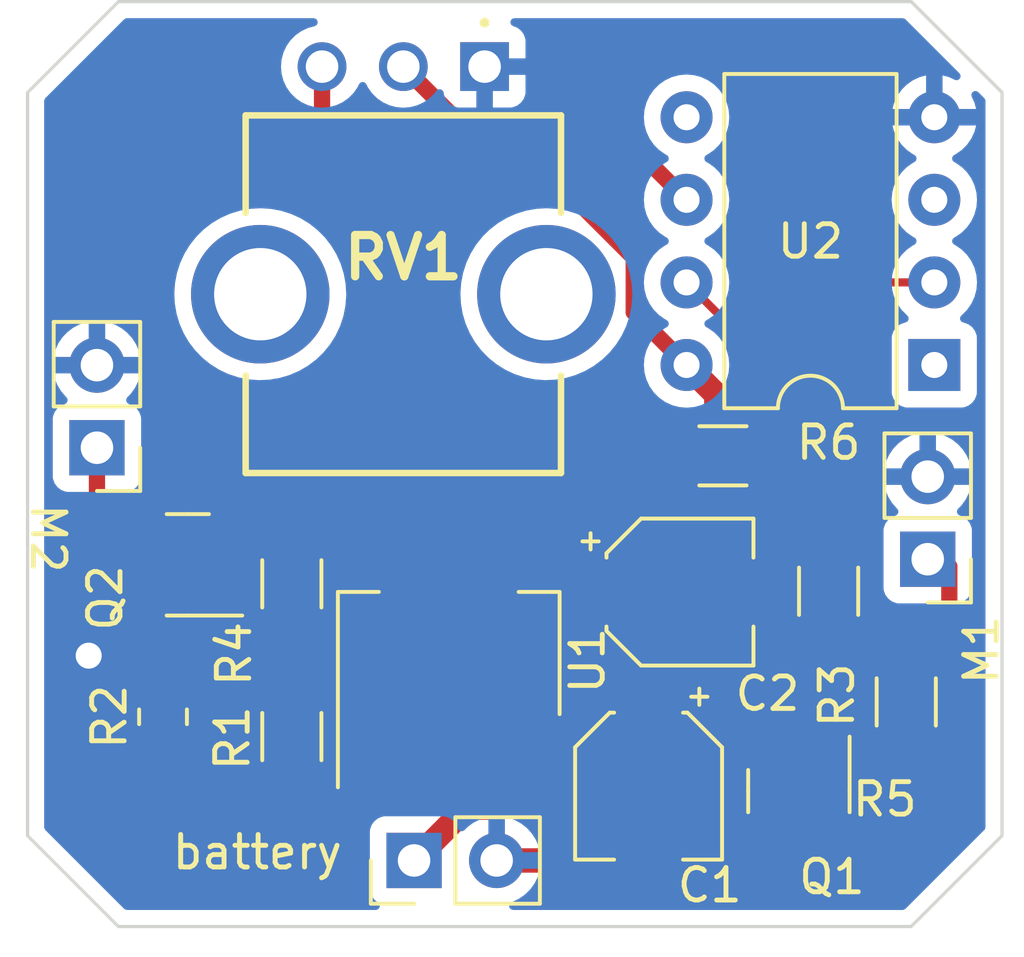
<source format=kicad_pcb>
(kicad_pcb (version 20211014) (generator pcbnew)
  (layers (0 "F.Cu" signal) (31 "B.Cu" signal) (34 "B.Paste" user) (35 "F.Paste" user) (36 "B.SilkS" user "B.Silkscreen") (37 "F.SilkS" user "F.Silkscreen") (38 "B.Mask" user) (39 "F.Mask" user) (44 "Edge.Cuts" user))
  (net 0 "")
  (net 1 "Net-(R3-Pad2)")
  (net 2 "Net-(M1-Pad1)")
  (net 3 "Net-(R6-Pad2)")
  (net 4 "Net-(R4-Pad2)")
  (net 5 "Net-(M2-Pad1)")
  (net 6 "Net-(R1-Pad1)")
  (net 7 "Net-(C2-Pad1)")
  (net 8 "Vbatt")
  (net 11 "GND")
  (net 13 "Net-(U2-Pad6)")
  (net 14 "Net-(R5-Pad2)")
  (net 15 "Net-(R5-Pad1)")
  (net 16 "Net-(R6-Pad1)")
  (footprint "Package_DIP:DIP-8_W7.62mm" (layer "F.Cu") (at 141.1732 90.932 180)
    (fp_text reference "U2" (at 3.81 3.8 180) (layer "F.SilkS"))
    (fp_text value "ATtiny85-20P")
    (fp_line (start 6.46 -1.33) (end 4.81 -1.33) (layer "F.SilkS") (width 0.12))
    (fp_line (start 2.81 -1.33) (end 1.16 -1.33) (layer "F.SilkS") (width 0.12))
    (fp_line (start 6.46 8.95) (end 6.46 -1.33) (layer "F.SilkS") (width 0.12))
    (fp_line (start 1.16 -1.33) (end 1.16 8.95) (layer "F.SilkS") (width 0.12))
    (fp_line (start 1.16 8.95) (end 6.46 8.95) (layer "F.SilkS") (width 0.12))
    (fp_arc (start 4.81 -1.33) (mid 3.81 -0.33) (end 2.81 -1.33) (layer "F.SilkS") (width 0.12))
    (pad "1" thru_hole rect (at 0 0 180) (size 1.6 1.6) (drill 0.8) (layers *.Cu *.Mask))
    (pad "2" thru_hole oval (at 0 2.54 180) (size 1.6 1.6) (drill 0.8) (layers *.Cu *.Mask) (net 16 "Net-(R6-Pad1)"))
    (pad "3" thru_hole oval (at 0 5.08 180) (size 1.6 1.6) (drill 0.8) (layers *.Cu *.Mask))
    (pad "4" thru_hole oval (at 0 7.62 180) (size 1.6 1.6) (drill 0.8) (layers *.Cu *.Mask) (net 11 "GND"))
    (pad "5" thru_hole oval (at 7.62 7.62 180) (size 1.6 1.6) (drill 0.8) (layers *.Cu *.Mask))
    (pad "6" thru_hole oval (at 7.62 5.08 180) (size 1.6 1.6) (drill 0.8) (layers *.Cu *.Mask) (net 13 "Net-(U2-Pad6)"))
    (pad "7" thru_hole oval (at 7.62 2.54 180) (size 1.6 1.6) (drill 0.8) (layers *.Cu *.Mask) (net 15 "Net-(R5-Pad1)"))
    (pad "8" thru_hole oval (at 7.62 0 180) (size 1.6 1.6) (drill 0.8) (layers *.Cu *.Mask) (net 7 "Net-(C2-Pad1)"))
  )
  (footprint "Resistor_SMD:R_1206_3216Metric" (layer "F.Cu") (at 134.6708 93.726 180)
    (fp_text reference "R6" (at -3.2512 0.4064) (layer "F.SilkS"))
    (fp_text value "rb")
    (fp_line (start -0.727064 -0.91) (end 0.727064 -0.91) (layer "F.SilkS") (width 0.12))
    (fp_line (start -0.727064 0.91) (end 0.727064 0.91) (layer "F.SilkS") (width 0.12))
    (pad "1" smd roundrect (at -1.4625 0 180) (size 1.125 1.75) (layers "F.Cu" "F.Paste" "F.Mask") (roundrect_rratio 0.2222222222) (net 16 "Net-(R6-Pad1)"))
    (pad "2" smd roundrect (at 1.4625 0 180) (size 1.125 1.75) (layers "F.Cu" "F.Paste" "F.Mask") (roundrect_rratio 0.2222222222) (net 3 "Net-(R6-Pad2)"))
  )
  (footprint "Package_TO_SOT_SMD:SOT-23" (layer "F.Cu") (at 137.0076 104.0384 -90)
    (fp_text reference "Q1" (at 2.6416 -1.016 180) (layer "F.SilkS"))
    (fp_text value "TIP41A")
    (fp_line (start 0 1.56) (end -0.65 1.56) (layer "F.SilkS") (width 0.12))
    (fp_line (start 0 -1.56) (end -1.675 -1.56) (layer "F.SilkS") (width 0.12))
    (fp_line (start 0 1.56) (end 0.65 1.56) (layer "F.SilkS") (width 0.12))
    (fp_line (start 0 -1.56) (end 0.65 -1.56) (layer "F.SilkS") (width 0.12))
    (pad "1" smd roundrect (at -0.9375 -0.95 270) (size 1.475 0.6) (layers "F.Cu" "F.Paste" "F.Mask") (net 14 "Net-(R5-Pad2)"))
    (pad "2" smd roundrect (at -0.9375 0.95 270) (size 1.475 0.6) (layers "F.Cu" "F.Paste" "F.Mask") (net 1 "Net-(R3-Pad2)"))
    (pad "3" smd roundrect (at 0.9375 0 270) (size 1.475 0.6) (layers "F.Cu" "F.Paste" "F.Mask") (net 2 "Net-(M1-Pad1)"))
  )
  (footprint "Resistor_SMD:R_1206_3216Metric" (layer "F.Cu") (at 137.922 97.8916 -90)
    (fp_text reference "R3" (at 3.2004 -0.254 90) (layer "F.SilkS"))
    (fp_text value "rm")
    (fp_line (start -0.727064 -0.91) (end 0.727064 -0.91) (layer "F.SilkS") (width 0.12))
    (fp_line (start -0.727064 0.91) (end 0.727064 0.91) (layer "F.SilkS") (width 0.12))
    (pad "1" smd roundrect (at -1.4625 0 270) (size 1.125 1.75) (layers "F.Cu" "F.Paste" "F.Mask") (roundrect_rratio 0.2222222222) (net 7 "Net-(C2-Pad1)"))
    (pad "2" smd roundrect (at 1.4625 0 270) (size 1.125 1.75) (layers "F.Cu" "F.Paste" "F.Mask") (roundrect_rratio 0.2222222222) (net 1 "Net-(R3-Pad2)"))
  )
  (footprint "Resistor_SMD:R_1206_3216Metric" (layer "F.Cu") (at 121.412 97.663 90)
    (fp_text reference "R4" (at -2.159 -1.778 270) (layer "F.SilkS"))
    (fp_text value "rm")
    (fp_line (start -0.727064 -0.91) (end 0.727064 -0.91) (layer "F.SilkS") (width 0.12))
    (fp_line (start -0.727064 0.91) (end 0.727064 0.91) (layer "F.SilkS") (width 0.12))
    (pad "1" smd roundrect (at -1.4625 0 90) (size 1.125 1.75) (layers "F.Cu" "F.Paste" "F.Mask") (roundrect_rratio 0.2222222222) (net 7 "Net-(C2-Pad1)"))
    (pad "2" smd roundrect (at 1.4625 0 90) (size 1.125 1.75) (layers "F.Cu" "F.Paste" "F.Mask") (roundrect_rratio 0.2222222222) (net 4 "Net-(R4-Pad2)"))
  )
  (footprint "Capacitor_SMD:CP_Elec_4x5.4" (layer "F.Cu") (at 133.35 97.917)
    (fp_text reference "C2" (at 2.6924 3.1242) (layer "F.SilkS"))
    (fp_text value "1 uF")
    (fp_line (start -2.26 -1.195563) (end -2.26 -1.06) (layer "F.SilkS") (width 0.12))
    (fp_line (start -2.26 1.195563) (end -1.195563 2.26) (layer "F.SilkS") (width 0.12))
    (fp_line (start -2.26 -1.195563) (end -1.195563 -2.26) (layer "F.SilkS") (width 0.12))
    (fp_line (start 2.26 -2.26) (end 2.26 -1.06) (layer "F.SilkS") (width 0.12))
    (fp_line (start -1.195563 2.26) (end 2.26 2.26) (layer "F.SilkS") (width 0.12))
    (fp_line (start -2.75 -1.81) (end -2.75 -1.31) (layer "F.SilkS") (width 0.12))
    (fp_line (start -1.195563 -2.26) (end 2.26 -2.26) (layer "F.SilkS") (width 0.12))
    (fp_line (start -3 -1.56) (end -2.5 -1.56) (layer "F.SilkS") (width 0.12))
    (fp_line (start 2.26 2.26) (end 2.26 1.06) (layer "F.SilkS") (width 0.12))
    (fp_line (start -2.26 1.195563) (end -2.26 1.06) (layer "F.SilkS") (width 0.12))
    (pad "1" smd roundrect (at -1.8 0) (size 2.6 1.6) (layers "F.Cu" "F.Paste" "F.Mask") (roundrect_rratio 0.15625) (net 7 "Net-(C2-Pad1)"))
    (pad "2" smd roundrect (at 1.8 0) (size 2.6 1.6) (layers "F.Cu" "F.Paste" "F.Mask") (roundrect_rratio 0.15625) (net 11 "GND"))
  )
  (footprint "Resistor_SMD:R_1206_3216Metric" (layer "F.Cu") (at 140.3096 101.2952 -90)
    (fp_text reference "R5" (at 2.9972 0.6604 180) (layer "F.SilkS"))
    (fp_text value "rb")
    (fp_line (start -0.727064 0.91) (end 0.727064 0.91) (layer "F.SilkS") (width 0.12))
    (fp_line (start -0.727064 -0.91) (end 0.727064 -0.91) (layer "F.SilkS") (width 0.12))
    (pad "1" smd roundrect (at -1.4625 0 270) (size 1.125 1.75) (layers "F.Cu" "F.Paste" "F.Mask") (roundrect_rratio 0.2222222222) (net 15 "Net-(R5-Pad1)"))
    (pad "2" smd roundrect (at 1.4625 0 270) (size 1.125 1.75) (layers "F.Cu" "F.Paste" "F.Mask") (roundrect_rratio 0.2222222222) (net 14 "Net-(R5-Pad2)"))
  )
  (footprint "Resistor_SMD:R_0805_2012Metric" (layer "F.Cu") (at 117.4496 101.7524 90)
    (fp_text reference "R2" (at 0 -1.65 90) (layer "F.SilkS"))
    (fp_text value "1k")
    (fp_line (start -0.227064 -0.735) (end 0.227064 -0.735) (layer "F.SilkS") (width 0.12))
    (fp_line (start -0.227064 0.735) (end 0.227064 0.735) (layer "F.SilkS") (width 0.12))
    (pad "1" smd roundrect (at -0.9125 0 90) (size 1.025 1.4) (layers "F.Cu" "F.Paste" "F.Mask") (roundrect_rratio 0.243902) (net 6 "Net-(R1-Pad1)"))
    (pad "2" smd roundrect (at 0.9125 0 90) (size 1.025 1.4) (layers "F.Cu" "F.Paste" "F.Mask") (roundrect_rratio 0.243902) (net 11 "GND"))
  )
  (footprint "Resistor_SMD:R_1206_3216Metric" (layer "F.Cu") (at 121.412 102.362 90)
    (fp_text reference "R1" (at -0.0508 -1.8288 90) (layer "F.SilkS"))
    (fp_text value "240Ω")
    (fp_line (start -0.727064 -0.91) (end 0.727064 -0.91) (layer "F.SilkS") (width 0.12))
    (fp_line (start -0.727064 0.91) (end 0.727064 0.91) (layer "F.SilkS") (width 0.12))
    (pad "1" smd roundrect (at -1.4625 0 90) (size 1.125 1.75) (layers "F.Cu" "F.Paste" "F.Mask") (roundrect_rratio 0.2222222222) (net 6 "Net-(R1-Pad1)"))
    (pad "2" smd roundrect (at 1.4625 0 90) (size 1.125 1.75) (layers "F.Cu" "F.Paste" "F.Mask") (roundrect_rratio 0.2222222222) (net 7 "Net-(C2-Pad1)"))
  )
  (footprint "SamacSys_Parts:PTV09A4030SA503" (layer "F.Cu") (at 127.341 81.755 180)
    (fp_text reference "RV1" (at 2.5 -5.875) (layer "F.SilkS") (effects (font (size 1.27 1.27) (thickness 0.254))))
    (fp_text value "50k" hide)
    (fp_line (start 7.35 -1.5) (end 7.35 -4.5) (layer "F.SilkS") (width 0.2))
    (fp_line (start 0 1.3) (end 0 1.3) (layer "F.SilkS") (width 0.2))
    (fp_line (start 0 1.4) (end 0 1.4) (layer "F.SilkS") (width 0.2))
    (fp_line (start -2.35 -12.5) (end 7.35 -12.5) (layer "F.SilkS") (width 0.2))
    (fp_line (start -2.35 -1.5) (end 7.35 -1.5) (layer "F.SilkS") (width 0.2))
    (fp_line (start -2.35 -9.5) (end -2.35 -12.5) (layer "F.SilkS") (width 0.2))
    (fp_line (start 7.35 -12.5) (end 7.35 -9.5) (layer "F.SilkS") (width 0.2))
    (fp_line (start -2.35 -4.5) (end -2.35 -1.5) (layer "F.SilkS") (width 0.2))
    (fp_line (start 0 1.4) (end 0 1.4) (layer "F.SilkS") (width 0.2))
    (fp_arc (start 0 1.4) (mid -0.05 1.35) (end 0 1.3) (layer "F.SilkS") (width 0.2))
    (fp_arc (start 0 1.3) (mid 0.05 1.35) (end 0 1.4) (layer "F.SilkS") (width 0.2))
    (fp_arc (start 0 1.3) (mid 0.05 1.35) (end 0 1.4) (layer "F.SilkS") (width 0.2))
    (pad "1" thru_hole rect locked (at 0 0 180) (size 1.5 1.5) (drill 1) (layers *.Cu *.Mask) (net 11 "GND"))
    (pad "2" thru_hole circle locked (at 2.5 0 180) (size 1.5 1.5) (drill 1) (layers *.Cu *.Mask) (net 13 "Net-(U2-Pad6)"))
    (pad "3" thru_hole circle locked (at 5 0 180) (size 1.5 1.5) (drill 1) (layers *.Cu *.Mask) (net 7 "Net-(C2-Pad1)"))
    (pad "MH1" thru_hole circle locked (at -1.9 -7 180) (size 4.26 4.26) (drill 2.84) (layers *.Cu *.Mask))
    (pad "MH2" thru_hole circle locked (at 6.9 -7 180) (size 4.26 4.26) (drill 2.84) (layers *.Cu *.Mask))
  )
  (footprint "Connector_PinHeader_2.54mm:PinHeader_1x02_P2.54mm_Vertical" (layer "F.Cu") (at 115.4176 93.477 180)
    (fp_text reference "M2" (at 1.4986 -2.789 270 unlocked) (layer "F.SilkS"))
    (fp_text value "vib_mot")
    (fp_line (start -1.33 1.27) (end 1.33 1.27) (layer "F.SilkS") (width 0.12))
    (fp_line (start -1.33 0) (end -1.33 -1.33) (layer "F.SilkS") (width 0.12))
    (fp_line (start -1.33 -1.33) (end 0 -1.33) (layer "F.SilkS") (width 0.12))
    (fp_line (start 1.33 1.27) (end 1.33 3.87) (layer "F.SilkS") (width 0.12))
    (fp_line (start -1.33 1.27) (end -1.33 3.87) (layer "F.SilkS") (width 0.12))
    (fp_line (start -1.33 3.87) (end 1.33 3.87) (layer "F.SilkS") (width 0.12))
    (pad "1" thru_hole rect (at 0 0 180) (size 1.7 1.7) (drill 1) (layers *.Cu *.Mask) (net 5 "Net-(M2-Pad1)"))
    (pad "2" thru_hole oval (at 0 2.54 180) (size 1.7 1.7) (drill 1) (layers *.Cu *.Mask) (net 11 "GND"))
  )
  (footprint "Connector_PinHeader_2.54mm:PinHeader_1x02_P2.54mm_Vertical" (layer "F.Cu") (at 140.97 96.906 180)
    (fp_text reference "M1" (at -1.651 -2.789 90) (layer "F.SilkS"))
    (fp_text value "vib_mot")
    (fp_line (start -1.33 1.27) (end 1.33 1.27) (layer "F.SilkS") (width 0.12))
    (fp_line (start -1.33 1.27) (end -1.33 3.87) (layer "F.SilkS") (width 0.12))
    (fp_line (start -1.33 3.87) (end 1.33 3.87) (layer "F.SilkS") (width 0.12))
    (fp_line (start -1.33 -1.33) (end 0 -1.33) (layer "F.SilkS") (width 0.12))
    (fp_line (start -1.33 0) (end -1.33 -1.33) (layer "F.SilkS") (width 0.12))
    (fp_line (start 1.33 1.27) (end 1.33 3.87) (layer "F.SilkS") (width 0.12))
    (pad "1" thru_hole rect (at 0 0 180) (size 1.7 1.7) (drill 1) (layers *.Cu *.Mask) (net 2 "Net-(M1-Pad1)"))
    (pad "2" thru_hole oval (at 0 2.54 180) (size 1.7 1.7) (drill 1) (layers *.Cu *.Mask) (net 11 "GND"))
  )
  (footprint "Connector_PinHeader_2.54mm:PinHeader_1x02_P2.54mm_Vertical" (layer "F.Cu") (at 125.1712 106.172 90)
    (fp_text reference "battery" (at 0.254 -4.821 180) (layer "F.SilkS"))
    (fp_text value "vib_mot")
    (fp_line (start 1.33 1.27) (end 1.33 3.87) (layer "F.SilkS") (width 0.12))
    (fp_line (start -1.33 -1.33) (end 0 -1.33) (layer "F.SilkS") (width 0.12))
    (fp_line (start -1.33 1.27) (end 1.33 1.27) (layer "F.SilkS") (width 0.12))
    (fp_line (start -1.33 1.27) (end -1.33 3.87) (layer "F.SilkS") (width 0.12))
    (fp_line (start -1.33 0) (end -1.33 -1.33) (layer "F.SilkS") (width 0.12))
    (fp_line (start -1.33 3.87) (end 1.33 3.87) (layer "F.SilkS") (width 0.12))
    (pad "1" thru_hole rect (at 0 0 90) (size 1.7 1.7) (drill 1) (layers *.Cu *.Mask) (net 8 "Vbatt"))
    (pad "2" thru_hole oval (at 0 2.54 90) (size 1.7 1.7) (drill 1) (layers *.Cu *.Mask) (net 11 "GND"))
  )
  (footprint "Package_TO_SOT_SMD:SOT-23" (layer "F.Cu") (at 118.2116 97.0788 180)
    (fp_text reference "Q2" (at 2.54 -1.016 90) (layer "F.SilkS"))
    (fp_text value "TIP41A")
    (fp_line (start 0 -1.56) (end -1.675 -1.56) (layer "F.SilkS") (width 0.12))
    (fp_line (start 0 1.56) (end 0.65 1.56) (layer "F.SilkS") (width 0.12))
    (fp_line (start 0 -1.56) (end 0.65 -1.56) (layer "F.SilkS") (width 0.12))
    (fp_line (start 0 1.56) (end -0.65 1.56) (layer "F.SilkS") (width 0.12))
    (pad "1" smd roundrect (at -0.9375 -0.95 180) (size 1.475 0.6) (layers "F.Cu" "F.Paste" "F.Mask") (net 3 "Net-(R6-Pad2)"))
    (pad "2" smd roundrect (at -0.9375 0.95 180) (size 1.475 0.6) (layers "F.Cu" "F.Paste" "F.Mask") (net 4 "Net-(R4-Pad2)"))
    (pad "3" smd roundrect (at 0.9375 0 180) (size 1.475 0.6) (layers "F.Cu" "F.Paste" "F.Mask") (net 5 "Net-(M2-Pad1)"))
  )
  (footprint "Capacitor_SMD:CP_Elec_4x5.4" (layer "F.Cu") (at 132.3848 103.886 -90)
    (fp_text reference "C1" (at 3.048 -1.8796 180) (layer "F.SilkS"))
    (fp_text value "0.1 uF")
    (fp_line (start -2.26 1.195563) (end -2.26 1.06) (layer "F.SilkS") (width 0.12))
    (fp_line (start 2.26 -2.26) (end 2.26 -1.06) (layer "F.SilkS") (width 0.12))
    (fp_line (start -1.195563 2.26) (end 2.26 2.26) (layer "F.SilkS") (width 0.12))
    (fp_line (start -1.195563 -2.26) (end 2.26 -2.26) (layer "F.SilkS") (width 0.12))
    (fp_line (start -2.26 -1.195563) (end -1.195563 -2.26) (layer "F.SilkS") (width 0.12))
    (fp_line (start 2.26 2.26) (end 2.26 1.06) (layer "F.SilkS") (width 0.12))
    (fp_line (start -2.75 -1.81) (end -2.75 -1.31) (layer "F.SilkS") (width 0.12))
    (fp_line (start -2.26 -1.195563) (end -2.26 -1.06) (layer "F.SilkS") (width 0.12))
    (fp_line (start -2.26 1.195563) (end -1.195563 2.26) (layer "F.SilkS") (width 0.12))
    (fp_line (start -3 -1.56) (end -2.5 -1.56) (layer "F.SilkS") (width 0.12))
    (pad "1" smd roundrect (at -1.8 0 270) (size 2.6 1.6) (layers "F.Cu" "F.Paste" "F.Mask") (roundrect_rratio 0.15625) (net 8 "Vbatt"))
    (pad "2" smd roundrect (at 1.8 0 270) (size 2.6 1.6) (layers "F.Cu" "F.Paste" "F.Mask") (roundrect_rratio 0.15625) (net 11 "GND"))
  )
  (footprint "Package_TO_SOT_SMD:SOT-223-3_TabPin2" (layer "F.Cu") (at 126.238 99.822 90)
    (fp_text reference "U1" (at -0.2032 4.2672 90) (layer "F.SilkS"))
    (fp_text value "LM317M_SOT-223")
    (fp_line (start 1.91 -3.41) (end 1.91 -2.15) (layer "F.SilkS") (width 0.12))
    (fp_line (start -1.85 3.41) (end 1.91 3.41) (layer "F.SilkS") (width 0.12))
    (fp_line (start 1.91 3.41) (end 1.91 2.15) (layer "F.SilkS") (width 0.12))
    (fp_line (start -4.1 -3.41) (end 1.91 -3.41) (layer "F.SilkS") (width 0.12))
    (pad "1" smd rect (at -3.15 -2.3 90) (size 2 1.5) (layers "F.Cu" "F.Paste" "F.Mask") (net 6 "Net-(R1-Pad1)"))
    (pad "2" smd rect (at -3.15 0 90) (size 2 1.5) (layers "F.Cu" "F.Paste" "F.Mask") (net 7 "Net-(C2-Pad1)"))
    (pad "2" smd rect (at 3.15 0 90) (size 2 3.8) (layers "F.Cu" "F.Paste" "F.Mask") (net 7 "Net-(C2-Pad1)"))
    (pad "3" smd rect (at -3.15 2.3 90) (size 2 1.5) (layers "F.Cu" "F.Paste" "F.Mask") (net 8 "Vbatt"))
  )
  (gr_poly (pts (xy 143.256 82.55) (xy 143.256 105.41) (xy 140.462 108.204) (xy 116.078 108.204) (xy 113.284 105.41) (xy 113.284 82.55) (xy 116.078 79.756) (xy 140.462 79.756)) (layer "Edge.Cuts") (width 0.1) (fill none))
  (segment (start 137.2108 100.0653) (end 137.922 99.3541) (width 0.5) (layer "F.Cu") (net 1))
  (segment (start 136.0576 103.1009) (end 136.0576 102.804) (width 0.5) (layer "F.Cu") (net 1))
  (segment (start 137.2108 101.6508) (end 137.2108 100.0653) (width 0.5) (layer "F.Cu") (net 1))
  (segment (start 136.0576 102.804) (end 137.2108 101.6508) (width 0.5) (layer "F.Cu") (net 1))
  (segment (start 141.6346 104.2374) (end 141.6346 97.1338) (width 0.5) (layer "F.Cu") (net 2))
  (segment (start 141.6346 97.1338) (end 140.97 96.4692) (width 0.5) (layer "F.Cu") (net 2))
  (segment (start 140.5128 105.3592) (end 141.6346 104.2374) (width 0.5) (layer "F.Cu") (net 2))
  (segment (start 137.0584 104.9759) (end 137.4417 105.3592) (width 0.5) (layer "F.Cu") (net 2))
  (segment (start 137.4417 105.3592) (end 140.5128 105.3592) (width 0.5) (layer "F.Cu") (net 2))
  (segment (start 122.3924 98.0288) (end 123.2916 97.1296) (width 0.5) (layer "F.Cu") (net 3))
  (segment (start 119.1491 98.0288) (end 122.3924 98.0288) (width 0.5) (layer "F.Cu") (net 3))
  (segment (start 123.2916 95.5548) (end 125.1204 93.726) (width 0.5) (layer "F.Cu") (net 3))
  (segment (start 125.1204 93.726) (end 133.2083 93.726) (width 0.5) (layer "F.Cu") (net 3))
  (segment (start 123.2916 97.1296) (end 123.2916 95.5548) (width 0.5) (layer "F.Cu") (net 3))
  (segment (start 119.441 98.2195) (end 119.441 98.1715) (width 0.25) (layer "F.Cu") (net 3))
  (segment (start 119.1491 96.1288) (end 121.3403 96.1288) (width 0.25) (layer "F.Cu") (net 4))
  (segment (start 121.3403 96.1288) (end 121.412 96.2005) (width 0.25) (layer "F.Cu") (net 4))
  (segment (start 115.4176 95.2223) (end 117.2741 97.0788) (width 0.5) (layer "F.Cu") (net 5))
  (segment (start 115.4176 93.477) (end 115.4176 95.2223) (width 0.5) (layer "F.Cu") (net 5))
  (segment (start 121.412 103.8245) (end 122.2645 102.972) (width 0.75) (layer "F.Cu") (net 6))
  (segment (start 122.2645 102.972) (end 123.938 102.972) (width 0.75) (layer "F.Cu") (net 6))
  (segment (start 121.3719 103.7844) (end 121.412 103.8245) (width 0.5) (layer "F.Cu") (net 6))
  (segment (start 117.4496 102.6649) (end 118.5691 103.7844) (width 0.5) (layer "F.Cu") (net 6))
  (segment (start 118.5691 103.7844) (end 121.3719 103.7844) (width 0.5) (layer "F.Cu") (net 6))
  (segment (start 134.4676 95.4532) (end 135.4435 96.4291) (width 0.75) (layer "F.Cu") (net 7))
  (segment (start 135.4435 96.4291) (end 136.4381 96.4291) (width 0.75) (layer "F.Cu") (net 7))
  (segment (start 121.412 100.8995) (end 121.412 99.1255) (width 0.75) (layer "F.Cu") (net 7))
  (segment (start 122.341 83.7838) (end 122.341 81.755) (width 0.5) (layer "F.Cu") (net 7))
  (segment (start 131.9276 87.63) (end 129.5908 85.2932) (width 0.5) (layer "F.Cu") (net 7))
  (segment (start 134.4676 91.8464) (end 134.4676 95.4532) (width 0.75) (layer "F.Cu") (net 7))
  (segment (start 133.5532 90.5764) (end 133.5532 90.932) (width 0.75) (layer "F.Cu") (net 7))
  (segment (start 133.1468 90.5256) (end 131.9276 89.3064) (width 0.5) (layer "F.Cu") (net 7))
  (segment (start 130.407 96.774) (end 126.34 96.774) (width 0.75) (layer "F.Cu") (net 7))
  (segment (start 133.0379 96.4291) (end 136.4381 96.4291) (width 0.75) (layer "F.Cu") (net 7))
  (segment (start 131.55 97.917) (end 133.0379 96.4291) (width 0.75) (layer "F.Cu") (net 7))
  (segment (start 136.4381 96.4291) (end 137.922 96.4291) (width 0.75) (layer "F.Cu") (net 7))
  (segment (start 123.7845 99.1255) (end 121.412 99.1255) (width 0.75) (layer "F.Cu") (net 7))
  (segment (start 133.604 90.5256) (end 133.5532 90.5764) (width 0.75) (layer "F.Cu") (net 7))
  (segment (start 126.34 96.774) (end 126.238 96.672) (width 0.75) (layer "F.Cu") (net 7))
  (segment (start 126.238 96.672) (end 123.7845 99.1255) (width 0.75) (layer "F.Cu") (net 7))
  (segment (start 131.9276 89.3064) (end 131.9276 87.63) (width 0.5) (layer "F.Cu") (net 7))
  (segment (start 133.5532 90.932) (end 134.4676 91.8464) (width 0.75) (layer "F.Cu") (net 7))
  (segment (start 129.5908 85.2932) (end 123.8504 85.2932) (width 0.5) (layer "F.Cu") (net 7))
  (segment (start 123.8504 85.2932) (end 122.341 83.7838) (width 0.5) (layer "F.Cu") (net 7))
  (segment (start 131.55 97.917) (end 130.407 96.774) (width 0.75) (layer "F.Cu") (net 7))
  (segment (start 133.604 90.5256) (end 133.1468 90.5256) (width 0.5) (layer "F.Cu") (net 7))
  (segment (start 126.238 96.672) (end 126.238 102.972) (width 0.75) (layer "F.Cu") (net 7))
  (segment (start 128.538 103.572) (end 128.538 102.972) (width 0.75) (layer "F.Cu") (net 8))
  (segment (start 128.668 103.102) (end 131.4196 103.102) (width 0.75) (layer "F.Cu") (net 8))
  (segment (start 131.4196 103.102) (end 132.4356 102.086) (width 0.75) (layer "F.Cu") (net 8))
  (segment (start 126.7962 104.547) (end 127.563 104.547) (width 0.75) (layer "F.Cu") (net 8))
  (segment (start 127.563 104.547) (end 128.538 103.572) (width 0.75) (layer "F.Cu") (net 8))
  (segment (start 128.538 102.972) (end 128.668 103.102) (width 0.75) (layer "F.Cu") (net 8))
  (segment (start 125.1712 106.172) (end 126.7962 104.547) (width 0.75) (layer "F.Cu") (net 8))
  (segment (start 134.6708 103.2256) (end 134.6708 98.3962) (width 0.75) (layer "F.Cu") (net 11))
  (segment (start 116.4825 99.8728) (end 117.4496 100.8399) (width 0.5) (layer "F.Cu") (net 11))
  (segment (start 115.1636 99.8728) (end 116.4825 99.8728) (width 0.5) (layer "F.Cu") (net 11))
  (segment (start 134.6708 98.3962) (end 135.15 97.917) (width 0.75) (layer "F.Cu") (net 11))
  (segment (start 131.7244 106.172) (end 134.6708 103.2256) (width 0.75) (layer "F.Cu") (net 11))
  (segment (start 127.7112 106.172) (end 131.7244 106.172) (width 0.75) (layer "F.Cu") (net 11))
  (via (at 115.1636 99.8728) (size 1.6) (drill 0.8) (layers "F.Cu" "B.Cu") (net 11))
  (segment (start 124.841 81.755) (end 127.16 84.074) (width 0.5) (layer "F.Cu") (net 13))
  (segment (start 127.16 84.074) (end 131.7752 84.074) (width 0.5) (layer "F.Cu") (net 13))
  (segment (start 131.7752 84.074) (end 133.5532 85.852) (width 0.5) (layer "F.Cu") (net 13))
  (segment (start 139.9664 103.1009) (end 140.3096 102.7577) (width 0.5) (layer "F.Cu") (net 14))
  (segment (start 137.9576 103.1009) (end 139.9664 103.1009) (width 0.5) (layer "F.Cu") (net 14))
  (segment (start 133.5532 87.884) (end 133.5532 88.392) (width 0.25) (layer "F.Cu") (net 15))
  (segment (start 135.1676 94.8832) (end 135.826 95.5416) (width 0.25) (layer "F.Cu") (net 15))
  (segment (start 135.826 95.5416) (end 138.785173 95.5416) (width 0.25) (layer "F.Cu") (net 15))
  (segment (start 139.122 98.228) (end 140.3096 99.4156) (width 0.25) (layer "F.Cu") (net 15))
  (segment (start 139.122 95.878427) (end 139.122 98.228) (width 0.25) (layer "F.Cu") (net 15))
  (segment (start 133.5532 88.392) (end 135.1676 90.0064) (width 0.25) (layer "F.Cu") (net 15))
  (segment (start 138.785173 95.5416) (end 139.122 95.878427) (width 0.25) (layer "F.Cu") (net 15))
  (segment (start 140.3096 99.4156) (end 140.3096 99.8327) (width 0.25) (layer "F.Cu") (net 15))
  (segment (start 135.1676 90.0064) (end 135.1676 94.8832) (width 0.25) (layer "F.Cu") (net 15))
  (segment (start 136.1333 93.726) (end 136.1333 91.3237) (width 0.25) (layer "F.Cu") (net 16))
  (segment (start 139.065 88.392) (end 141.1732 88.392) (width 0.25) (layer "F.Cu") (net 16))
  (segment (start 136.1333 91.3237) (end 139.065 88.392) (width 0.25) (layer "F.Cu") (net 16))
  (zone (net 11) (net_name "GND") (layer "B.Cu") (connect_pads (clearance 0.508)) (min_thickness 0.254) (fill yes (thermal_gap 0.508) (thermal_bridge_width 0.508))
    (polygon (pts (xy 143.256 105.41) (xy 140.462 108.204) (xy 116.078 108.204) (xy 113.284 105.41) (xy 113.284 82.55) (xy 116.078 79.756) (xy 140.462 79.756) (xy 143.256 82.55)))
  )
)
</source>
